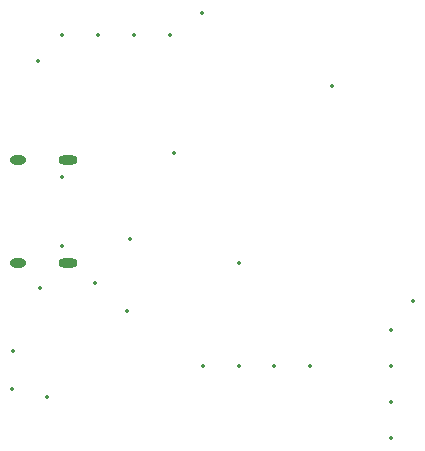
<source format=gbo>
%TF.GenerationSoftware,KiCad,Pcbnew,8.0.5*%
%TF.CreationDate,2024-11-10T01:34:36-05:00*%
%TF.ProjectId,swarm-pcb,73776172-6d2d-4706-9362-2e6b69636164,rev?*%
%TF.SameCoordinates,Original*%
%TF.FileFunction,Legend,Bot*%
%TF.FilePolarity,Positive*%
%FSLAX46Y46*%
G04 Gerber Fmt 4.6, Leading zero omitted, Abs format (unit mm)*
G04 Created by KiCad (PCBNEW 8.0.5) date 2024-11-10 01:34:36*
%MOMM*%
%LPD*%
G01*
G04 APERTURE LIST*
%ADD10C,0.350000*%
%ADD11O,1.400000X0.800000*%
%ADD12O,1.599975X0.800000*%
%ADD13O,1.600025X0.800000*%
G04 APERTURE END LIST*
D10*
X75150000Y-132250000D03*
X75450000Y-111250000D03*
X72399999Y-111250000D03*
X100200000Y-136250000D03*
X81850000Y-121250000D03*
X102050000Y-133800000D03*
X100200000Y-139300000D03*
X78500000Y-111250000D03*
X68150000Y-141250000D03*
X87350000Y-130600000D03*
X68250000Y-138050000D03*
X70300000Y-113450000D03*
D11*
X68674416Y-121874879D03*
X68674416Y-130525121D03*
D12*
X72854248Y-130525121D03*
D13*
X72854248Y-121874879D03*
D10*
X72354121Y-129099924D03*
X72354121Y-123300076D03*
X90350000Y-139250000D03*
X81550000Y-111300000D03*
X84300000Y-139250000D03*
X71100000Y-141900000D03*
X100200000Y-145400000D03*
X87350000Y-139250000D03*
X93400000Y-139250000D03*
X77900000Y-134650000D03*
X78150000Y-128500000D03*
X100200000Y-142350001D03*
X95200000Y-115550000D03*
X70500000Y-132700000D03*
X84200000Y-109400000D03*
M02*

</source>
